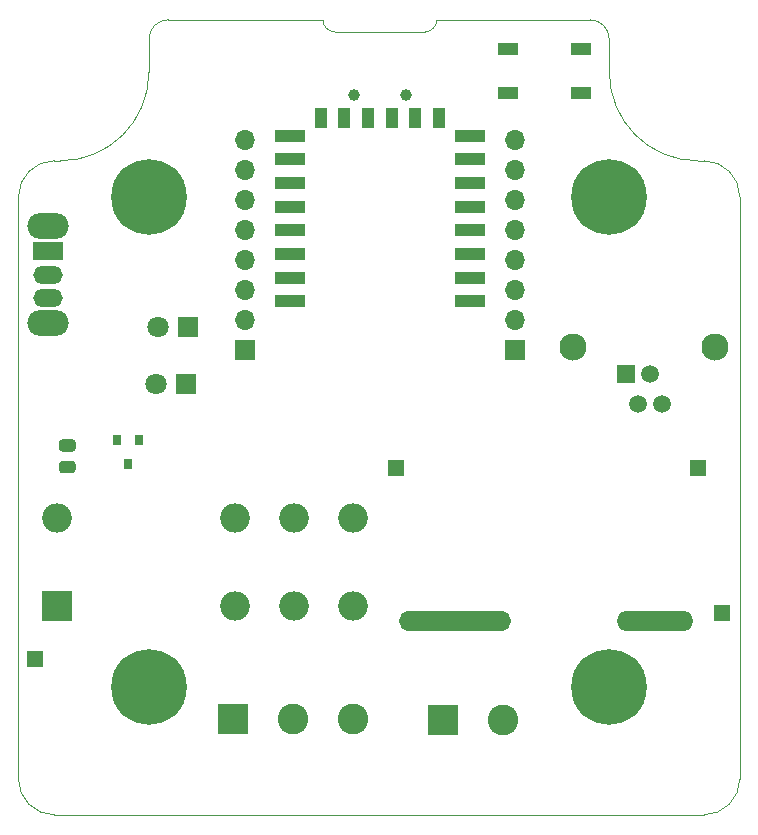
<source format=gbr>
%TF.GenerationSoftware,KiCad,Pcbnew,(5.1.7)-1*%
%TF.CreationDate,2020-11-03T18:18:40+01:00*%
%TF.ProjectId,Temperature-controller-with-ESP8266,54656d70-6572-4617-9475-72652d636f6e,rev?*%
%TF.SameCoordinates,Original*%
%TF.FileFunction,Soldermask,Top*%
%TF.FilePolarity,Negative*%
%FSLAX46Y46*%
G04 Gerber Fmt 4.6, Leading zero omitted, Abs format (unit mm)*
G04 Created by KiCad (PCBNEW (5.1.7)-1) date 2020-11-03 18:18:40*
%MOMM*%
%LPD*%
G01*
G04 APERTURE LIST*
%TA.AperFunction,Profile*%
%ADD10C,0.050000*%
%TD*%
%ADD11R,1.350000X1.350000*%
%ADD12C,1.800000*%
%ADD13R,1.800000X1.800000*%
%ADD14O,1.700000X1.700000*%
%ADD15R,1.700000X1.700000*%
%ADD16C,1.500000*%
%ADD17C,2.300000*%
%ADD18R,1.500000X1.500000*%
%ADD19C,0.800000*%
%ADD20C,6.400000*%
%ADD21C,2.600000*%
%ADD22R,2.600000X2.600000*%
%ADD23O,3.500000X2.200000*%
%ADD24O,2.500000X1.500000*%
%ADD25R,2.500000X1.500000*%
%ADD26R,1.800000X1.100000*%
%ADD27C,1.000000*%
%ADD28O,2.500000X2.500000*%
%ADD29R,2.500000X2.500000*%
%ADD30O,9.500000X1.700000*%
%ADD31O,6.500000X1.700000*%
%ADD32R,0.800000X0.900000*%
%ADD33R,2.500000X1.000000*%
%ADD34R,1.000000X1.800000*%
G04 APERTURE END LIST*
D10*
X119126000Y-53721000D02*
X132080000Y-53721000D01*
X119126000Y-53721000D02*
G75*
G02*
X118110000Y-54737000I-1016000J0D01*
G01*
X109474000Y-53721000D02*
G75*
G03*
X110490000Y-54737000I1016000J0D01*
G01*
X118110000Y-54737000D02*
X110490000Y-54737000D01*
X86741000Y-121031000D02*
G75*
G02*
X83693000Y-117983000I0J3048000D01*
G01*
X144780000Y-117983000D02*
G75*
G02*
X141732000Y-121031000I-3048000J0D01*
G01*
X83693000Y-68707000D02*
G75*
G02*
X86741000Y-65659000I3048000J0D01*
G01*
X94742000Y-58166000D02*
G75*
G02*
X87249000Y-65659000I-7493000J0D01*
G01*
X83693000Y-68707000D02*
X83693000Y-69215000D01*
X86741000Y-65659000D02*
X87249000Y-65659000D01*
X94742000Y-55372000D02*
G75*
G02*
X96393000Y-53721000I1651000J0D01*
G01*
X132080000Y-53721000D02*
G75*
G02*
X133731000Y-55372000I0J-1651000D01*
G01*
X144780000Y-117983000D02*
X144780000Y-68707000D01*
X141732000Y-65659000D02*
G75*
G02*
X144780000Y-68707000I0J-3048000D01*
G01*
X141224000Y-65659000D02*
G75*
G02*
X133731000Y-58166000I0J7493000D01*
G01*
X141732000Y-65659000D02*
X141224000Y-65659000D01*
X133731000Y-55372000D02*
X133731000Y-58166000D01*
X94742000Y-55372000D02*
X94742000Y-58166000D01*
X96393000Y-53721000D02*
X109474000Y-53721000D01*
X86741000Y-121031000D02*
X141732000Y-121031000D01*
X83693000Y-117983000D02*
X83693000Y-69215000D01*
D11*
%TO.C,H8*%
X85090000Y-107823000D03*
%TD*%
%TO.C,H7*%
X115697000Y-91694000D03*
%TD*%
%TO.C,H6*%
X143256000Y-103929001D03*
%TD*%
%TO.C,H5*%
X141224000Y-91694000D03*
%TD*%
D12*
%TO.C,D1*%
X95504000Y-79756000D03*
D13*
X98044000Y-79756000D03*
%TD*%
D12*
%TO.C,D2*%
X95377000Y-84582000D03*
D13*
X97917000Y-84582000D03*
%TD*%
D14*
%TO.C,J5*%
X102870000Y-63881000D03*
X102870000Y-66421000D03*
X102870000Y-68961000D03*
X102870000Y-71501000D03*
X102870000Y-74041000D03*
X102870000Y-76581000D03*
X102870000Y-79121000D03*
D15*
X102870000Y-81661000D03*
%TD*%
D14*
%TO.C,J4*%
X125730000Y-63881000D03*
X125730000Y-66421000D03*
X125730000Y-68961000D03*
X125730000Y-71501000D03*
X125730000Y-74041000D03*
X125730000Y-76581000D03*
X125730000Y-79121000D03*
D15*
X125730000Y-81661000D03*
%TD*%
D16*
%TO.C,J1*%
X138188000Y-86233000D03*
D17*
X142658000Y-81393000D03*
D16*
X137168000Y-83693000D03*
X136148000Y-86233000D03*
D18*
X135128000Y-83693000D03*
D17*
X130658000Y-81393000D03*
%TD*%
D19*
%TO.C,H4*%
X93044944Y-70404056D03*
X94742000Y-71107000D03*
X96439056Y-70404056D03*
X97142000Y-68707000D03*
X96439056Y-67009944D03*
X94742000Y-66307000D03*
X93044944Y-67009944D03*
X92342000Y-68707000D03*
D20*
X94742000Y-68707000D03*
%TD*%
D19*
%TO.C,H3*%
X132033944Y-70404056D03*
X133731000Y-71107000D03*
X135428056Y-70404056D03*
X136131000Y-68707000D03*
X135428056Y-67009944D03*
X133731000Y-66307000D03*
X132033944Y-67009944D03*
X131331000Y-68707000D03*
D20*
X133731000Y-68707000D03*
%TD*%
D19*
%TO.C,H2*%
X132033944Y-111933056D03*
X133731000Y-112636000D03*
X135428056Y-111933056D03*
X136131000Y-110236000D03*
X135428056Y-108538944D03*
X133731000Y-107836000D03*
X132033944Y-108538944D03*
X131331000Y-110236000D03*
D20*
X133731000Y-110236000D03*
%TD*%
D19*
%TO.C,H1*%
X93044944Y-111933056D03*
X94742000Y-112636000D03*
X96439056Y-111933056D03*
X97142000Y-110236000D03*
X96439056Y-108538944D03*
X94742000Y-107836000D03*
X93044944Y-108538944D03*
X92342000Y-110236000D03*
D20*
X94742000Y-110236000D03*
%TD*%
D21*
%TO.C,J9*%
X112014000Y-112903000D03*
X106934000Y-112903000D03*
D22*
X101854000Y-112903000D03*
%TD*%
D21*
%TO.C,J8*%
X124714000Y-113030000D03*
D22*
X119634000Y-113030000D03*
%TD*%
D23*
%TO.C,SW2*%
X86233000Y-79411000D03*
X86233000Y-71211000D03*
D24*
X86233000Y-77311000D03*
X86233000Y-75311000D03*
D25*
X86233000Y-73311000D03*
%TD*%
D26*
%TO.C,SW1*%
X125170000Y-56189000D03*
X131370000Y-56189000D03*
X125170000Y-59889000D03*
X131370000Y-59889000D03*
%TD*%
D27*
%TO.C,J3*%
X116500000Y-60066000D03*
X112100000Y-60066000D03*
%TD*%
D28*
%TO.C,RL1*%
X86995000Y-95878000D03*
X101995000Y-95878000D03*
X106995000Y-95878000D03*
X111995000Y-95878000D03*
X111995000Y-103378000D03*
X106995000Y-103378000D03*
X101995000Y-103378000D03*
D29*
X86995000Y-103378000D03*
%TD*%
D30*
%TO.C,PS1*%
X120675400Y-104597200D03*
D31*
X137566400Y-104597200D03*
%TD*%
D32*
%TO.C,Q4*%
X92964000Y-91297000D03*
X92014000Y-89297000D03*
X93914000Y-89297000D03*
%TD*%
%TO.C,R14*%
G36*
G01*
X88283202Y-90278000D02*
X87383198Y-90278000D01*
G75*
G02*
X87133200Y-90028002I0J249998D01*
G01*
X87133200Y-89502998D01*
G75*
G02*
X87383198Y-89253000I249998J0D01*
G01*
X88283202Y-89253000D01*
G75*
G02*
X88533200Y-89502998I0J-249998D01*
G01*
X88533200Y-90028002D01*
G75*
G02*
X88283202Y-90278000I-249998J0D01*
G01*
G37*
G36*
G01*
X88283202Y-92103000D02*
X87383198Y-92103000D01*
G75*
G02*
X87133200Y-91853002I0J249998D01*
G01*
X87133200Y-91327998D01*
G75*
G02*
X87383198Y-91078000I249998J0D01*
G01*
X88283202Y-91078000D01*
G75*
G02*
X88533200Y-91327998I0J-249998D01*
G01*
X88533200Y-91853002D01*
G75*
G02*
X88283202Y-92103000I-249998J0D01*
G01*
G37*
%TD*%
D33*
%TO.C,U1*%
X106700000Y-77541000D03*
X106700000Y-75541000D03*
X106700000Y-73541000D03*
X106700000Y-71541000D03*
X106700000Y-69541000D03*
X106700000Y-67541000D03*
X106700000Y-65541000D03*
X106700000Y-63541000D03*
D34*
X109300000Y-62041000D03*
X111300000Y-62041000D03*
X113300000Y-62041000D03*
X115300000Y-62041000D03*
X117300000Y-62041000D03*
X119300000Y-62041000D03*
D33*
X121900000Y-63541000D03*
X121900000Y-65541000D03*
X121900000Y-67541000D03*
X121900000Y-69541000D03*
X121900000Y-71541000D03*
X121900000Y-73541000D03*
X121900000Y-75541000D03*
X121900000Y-77541000D03*
%TD*%
M02*

</source>
